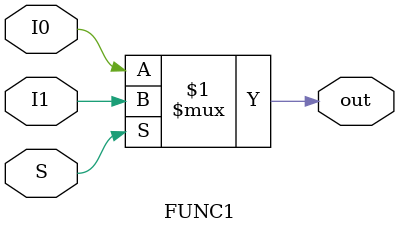
<source format=v>
module FUNC1(I0, I1, S, out);
input I0, I1;
input S;
output out;
assign out = S? I1:I0;
endmodule

//A função implementada acima é um multiplexador
//sendo o S seletor, out a saída e I0 e I1 as entradas.
</source>
